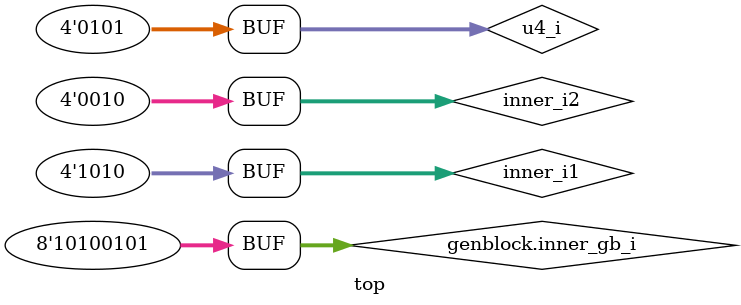
<source format=sv>

typedef logic [3:0] outer_uint4_t;

module top;

	outer_uint4_t u4_i = 8'hA5;
	always @(*) assert(u4_i == 4'h5);

	typedef logic [3:0] inner_type;
	inner_type inner_i1 = 8'h5A;
	always @(*) assert(inner_i1 == 4'hA);

	if (1) begin: genblock
		typedef logic [7:0] inner_type;
		inner_type inner_gb_i = 8'hA5;
		always @(*) assert(inner_gb_i == 8'hA5);
	end

	inner_type inner_i2 = 8'h42;
	always @(*) assert(inner_i2 == 4'h2);


endmodule

</source>
